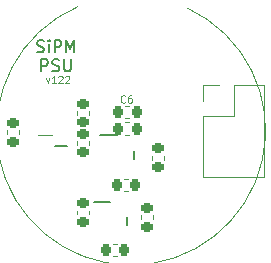
<source format=gto>
G04 #@! TF.GenerationSoftware,KiCad,Pcbnew,(5.99.0-11526-gd613292b67)*
G04 #@! TF.CreationDate,2021-07-26T20:03:08-04:00*
G04 #@! TF.ProjectId,psu,7073752e-6b69-4636-9164-5f7063625858,rev?*
G04 #@! TF.SameCoordinates,Original*
G04 #@! TF.FileFunction,Legend,Top*
G04 #@! TF.FilePolarity,Positive*
%FSLAX46Y46*%
G04 Gerber Fmt 4.6, Leading zero omitted, Abs format (unit mm)*
G04 Created by KiCad (PCBNEW (5.99.0-11526-gd613292b67)) date 2021-07-26 20:03:08*
%MOMM*%
%LPD*%
G01*
G04 APERTURE LIST*
G04 Aperture macros list*
%AMRoundRect*
0 Rectangle with rounded corners*
0 $1 Rounding radius*
0 $2 $3 $4 $5 $6 $7 $8 $9 X,Y pos of 4 corners*
0 Add a 4 corners polygon primitive as box body*
4,1,4,$2,$3,$4,$5,$6,$7,$8,$9,$2,$3,0*
0 Add four circle primitives for the rounded corners*
1,1,$1+$1,$2,$3*
1,1,$1+$1,$4,$5*
1,1,$1+$1,$6,$7*
1,1,$1+$1,$8,$9*
0 Add four rect primitives between the rounded corners*
20,1,$1+$1,$2,$3,$4,$5,0*
20,1,$1+$1,$4,$5,$6,$7,0*
20,1,$1+$1,$6,$7,$8,$9,0*
20,1,$1+$1,$8,$9,$2,$3,0*%
G04 Aperture macros list end*
%ADD10C,0.120000*%
%ADD11C,0.100000*%
%ADD12C,0.200000*%
%ADD13C,0.152400*%
%ADD14RoundRect,0.218750X-0.218750X-0.256250X0.218750X-0.256250X0.218750X0.256250X-0.218750X0.256250X0*%
%ADD15R,1.473200X0.558800*%
%ADD16R,1.700000X1.700000*%
%ADD17O,1.700000X1.700000*%
%ADD18RoundRect,0.218750X0.256250X-0.218750X0.256250X0.218750X-0.256250X0.218750X-0.256250X-0.218750X0*%
%ADD19RoundRect,0.218750X-0.256250X0.218750X-0.256250X-0.218750X0.256250X-0.218750X0.256250X0.218750X0*%
%ADD20R,1.041400X0.609600*%
G04 APERTURE END LIST*
D10*
X192142600Y-100912500D02*
X193292600Y-100912500D01*
X204768097Y-90194283D02*
G75*
G02*
X195500000Y-90075000I-4768097J-10355717D01*
G01*
D11*
X192800000Y-96146428D02*
X192942857Y-96546428D01*
X193085714Y-96146428D01*
X193628571Y-96546428D02*
X193285714Y-96546428D01*
X193457142Y-96546428D02*
X193457142Y-95946428D01*
X193400000Y-96032142D01*
X193342857Y-96089285D01*
X193285714Y-96117857D01*
X193857142Y-96003571D02*
X193885714Y-95975000D01*
X193942857Y-95946428D01*
X194085714Y-95946428D01*
X194142857Y-95975000D01*
X194171428Y-96003571D01*
X194200000Y-96060714D01*
X194200000Y-96117857D01*
X194171428Y-96203571D01*
X193828571Y-96546428D01*
X194200000Y-96546428D01*
X194428571Y-96003571D02*
X194457142Y-95975000D01*
X194514285Y-95946428D01*
X194657142Y-95946428D01*
X194714285Y-95975000D01*
X194742857Y-96003571D01*
X194771428Y-96060714D01*
X194771428Y-96117857D01*
X194742857Y-96203571D01*
X194400000Y-96546428D01*
X194771428Y-96546428D01*
D12*
X192054761Y-93874761D02*
X192197619Y-93922380D01*
X192435714Y-93922380D01*
X192530952Y-93874761D01*
X192578571Y-93827142D01*
X192626190Y-93731904D01*
X192626190Y-93636666D01*
X192578571Y-93541428D01*
X192530952Y-93493809D01*
X192435714Y-93446190D01*
X192245238Y-93398571D01*
X192150000Y-93350952D01*
X192102380Y-93303333D01*
X192054761Y-93208095D01*
X192054761Y-93112857D01*
X192102380Y-93017619D01*
X192150000Y-92970000D01*
X192245238Y-92922380D01*
X192483333Y-92922380D01*
X192626190Y-92970000D01*
X193054761Y-93922380D02*
X193054761Y-93255714D01*
X193054761Y-92922380D02*
X193007142Y-92970000D01*
X193054761Y-93017619D01*
X193102380Y-92970000D01*
X193054761Y-92922380D01*
X193054761Y-93017619D01*
X193530952Y-93922380D02*
X193530952Y-92922380D01*
X193911904Y-92922380D01*
X194007142Y-92970000D01*
X194054761Y-93017619D01*
X194102380Y-93112857D01*
X194102380Y-93255714D01*
X194054761Y-93350952D01*
X194007142Y-93398571D01*
X193911904Y-93446190D01*
X193530952Y-93446190D01*
X194530952Y-93922380D02*
X194530952Y-92922380D01*
X194864285Y-93636666D01*
X195197619Y-92922380D01*
X195197619Y-93922380D01*
X192388095Y-95532380D02*
X192388095Y-94532380D01*
X192769047Y-94532380D01*
X192864285Y-94580000D01*
X192911904Y-94627619D01*
X192959523Y-94722857D01*
X192959523Y-94865714D01*
X192911904Y-94960952D01*
X192864285Y-95008571D01*
X192769047Y-95056190D01*
X192388095Y-95056190D01*
X193340476Y-95484761D02*
X193483333Y-95532380D01*
X193721428Y-95532380D01*
X193816666Y-95484761D01*
X193864285Y-95437142D01*
X193911904Y-95341904D01*
X193911904Y-95246666D01*
X193864285Y-95151428D01*
X193816666Y-95103809D01*
X193721428Y-95056190D01*
X193530952Y-95008571D01*
X193435714Y-94960952D01*
X193388095Y-94913333D01*
X193340476Y-94818095D01*
X193340476Y-94722857D01*
X193388095Y-94627619D01*
X193435714Y-94580000D01*
X193530952Y-94532380D01*
X193769047Y-94532380D01*
X193911904Y-94580000D01*
X194340476Y-94532380D02*
X194340476Y-95341904D01*
X194388095Y-95437142D01*
X194435714Y-95484761D01*
X194530952Y-95532380D01*
X194721428Y-95532380D01*
X194816666Y-95484761D01*
X194864285Y-95437142D01*
X194911904Y-95341904D01*
X194911904Y-94532380D01*
D11*
X199500000Y-98134285D02*
X199471428Y-98162857D01*
X199385714Y-98191428D01*
X199328571Y-98191428D01*
X199242857Y-98162857D01*
X199185714Y-98105714D01*
X199157142Y-98048571D01*
X199128571Y-97934285D01*
X199128571Y-97848571D01*
X199157142Y-97734285D01*
X199185714Y-97677142D01*
X199242857Y-97620000D01*
X199328571Y-97591428D01*
X199385714Y-97591428D01*
X199471428Y-97620000D01*
X199500000Y-97648571D01*
X200014285Y-97591428D02*
X199900000Y-97591428D01*
X199842857Y-97620000D01*
X199814285Y-97648571D01*
X199757142Y-97734285D01*
X199728571Y-97848571D01*
X199728571Y-98077142D01*
X199757142Y-98134285D01*
X199785714Y-98162857D01*
X199842857Y-98191428D01*
X199957142Y-98191428D01*
X200014285Y-98162857D01*
X200042857Y-98134285D01*
X200071428Y-98077142D01*
X200071428Y-97934285D01*
X200042857Y-97877142D01*
X200014285Y-97848571D01*
X199957142Y-97820000D01*
X199842857Y-97820000D01*
X199785714Y-97848571D01*
X199757142Y-97877142D01*
X199728571Y-97934285D01*
D10*
X198487221Y-111185000D02*
X198812779Y-111185000D01*
X198487221Y-110165000D02*
X198812779Y-110165000D01*
D13*
X198184950Y-106612499D02*
X196834950Y-106612499D01*
X199638250Y-108550360D02*
X199638250Y-107874638D01*
D10*
X208680000Y-99330000D02*
X208680000Y-96730000D01*
X208680000Y-96730000D02*
X211280000Y-96730000D01*
X206080000Y-99330000D02*
X206080000Y-104470000D01*
X206080000Y-98060000D02*
X206080000Y-96730000D01*
X206080000Y-96730000D02*
X207410000Y-96730000D01*
X206080000Y-104470000D02*
X211280000Y-104470000D01*
X206080000Y-99330000D02*
X208680000Y-99330000D01*
X211280000Y-96730000D02*
X211280000Y-104470000D01*
X196410000Y-107662779D02*
X196410000Y-107337221D01*
X195390000Y-107662779D02*
X195390000Y-107337221D01*
X196404600Y-99230280D02*
X196404600Y-98904722D01*
X195384600Y-99230280D02*
X195384600Y-98904722D01*
X201885000Y-108062779D02*
X201885000Y-107737221D01*
X200865000Y-108062779D02*
X200865000Y-107737221D01*
X189515000Y-100881280D02*
X189515000Y-100555722D01*
X190535000Y-100881280D02*
X190535000Y-100555722D01*
X195384600Y-101444722D02*
X195384600Y-101770280D01*
X196404600Y-101444722D02*
X196404600Y-101770280D01*
X199404821Y-104652501D02*
X199730379Y-104652501D01*
X199404821Y-105672501D02*
X199730379Y-105672501D01*
X202827600Y-103025280D02*
X202827600Y-102699722D01*
X201807600Y-103025280D02*
X201807600Y-102699722D01*
D13*
X193597600Y-101872500D02*
X194593812Y-101872500D01*
D10*
X199526221Y-100900000D02*
X199851779Y-100900000D01*
X199526221Y-99880000D02*
X199851779Y-99880000D01*
D13*
X200220900Y-102962862D02*
X200220900Y-102287140D01*
X198807600Y-100975001D02*
X197407600Y-100975001D01*
D10*
X199527221Y-98460000D02*
X199852779Y-98460000D01*
X199527221Y-99480000D02*
X199852779Y-99480000D01*
%LPC*%
D14*
X197862500Y-110675000D03*
X199437500Y-110675000D03*
D15*
X197517350Y-107262498D03*
X197517350Y-108212499D03*
X197517350Y-109162500D03*
X199752550Y-109162500D03*
X199752550Y-107262498D03*
D16*
X207410000Y-98060000D03*
D17*
X209950000Y-98060000D03*
X207410000Y-100600000D03*
X209950000Y-100600000D03*
X207410000Y-103140000D03*
X209950000Y-103140000D03*
D18*
X195900000Y-108287500D03*
X195900000Y-106712500D03*
X195894600Y-99855001D03*
X195894600Y-98280001D03*
X201375000Y-108687500D03*
X201375000Y-107112500D03*
X190025000Y-101506001D03*
X190025000Y-99931001D03*
D19*
X195894600Y-100820001D03*
X195894600Y-102395001D03*
D14*
X198780100Y-105162501D03*
X200355100Y-105162501D03*
D18*
X202317600Y-103650001D03*
X202317600Y-102075001D03*
D20*
X194117600Y-101262501D03*
X194117600Y-100312500D03*
X194117600Y-99362499D03*
X191417600Y-99362499D03*
X191417600Y-100312500D03*
X191417600Y-101262501D03*
D14*
X198901500Y-100390000D03*
X200476500Y-100390000D03*
D15*
X198100000Y-101675000D03*
X198100000Y-102625001D03*
X198100000Y-103575002D03*
X200335200Y-103575002D03*
X200335200Y-101675000D03*
D14*
X198902500Y-98970000D03*
X200477500Y-98970000D03*
M02*

</source>
